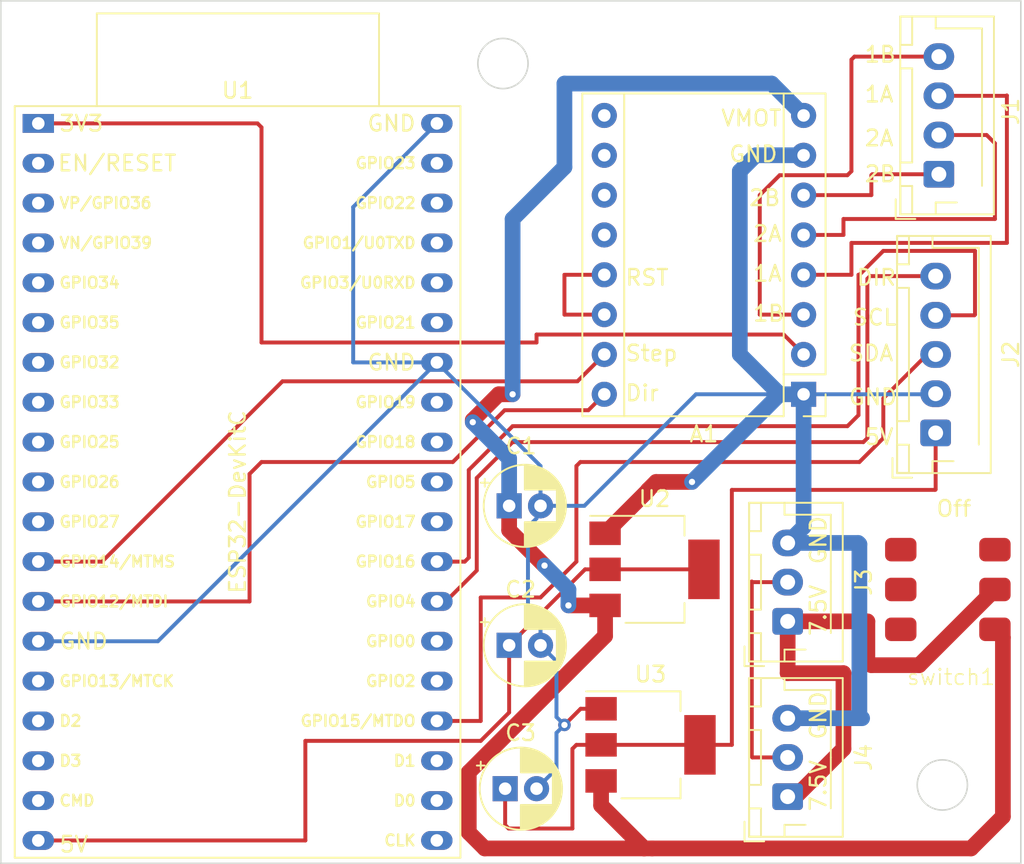
<source format=kicad_pcb>
(kicad_pcb (version 20221018) (generator pcbnew)
  (layers (0 "F.Cu" signal) (31 "B.Cu" signal) (34 "B.Paste" user) (35 "F.Paste" user) (36 "B.SilkS" user "B.Silkscreen") (37 "F.SilkS" user "F.Silkscreen") (38 "B.Mask" user) (39 "F.Mask" user) (44 "Edge.Cuts" user))
  (net 0 "")
  (net 1 "GND")
  (net 2 "Net-(A1-VDD)")
  (net 3 "Net-(A1-1B)")
  (net 4 "Net-(A1-1A)")
  (net 5 "Net-(A1-2A)")
  (net 6 "Net-(A1-2B)")
  (net 7 "+7.5V")
  (net 12 "Net-(A1-~{RESET})")
  (net 13 "Net-(A1-STEP)")
  (net 14 "Net-(A1-DIR)")
  (net 43 "Net-(J2-Pin_1)")
  (net 44 "Net-(J2-Pin_3)")
  (net 45 "Net-(J2-Pin_4)")
  (net 46 "Net-(J2-Pin_5)")
  (net 47 "Net-(J3-Pin_2)")
  (net 48 "Net-(U1-5V)")
  (net 49 "Net-(A1-VMOT)")
  (footprint "PCM_Espressif:ESP32-DevKitC" (layer "F.Cu") (at 72.39 67.818)
    (fp_text reference "U1" (at 12.7 -2.1) (layer "F.SilkS"))
    (fp_text value "ESP32-DevKitC" (at 12.7 24.13 90) (layer "F.SilkS"))
    (fp_text user "GPIO2" (at 24.13 35.56 unlocked) (layer "F.SilkS") (effects (font (size 0.7 0.7)) (justify right)))
    (fp_text user "D1" (at 24.13 40.64 unlocked) (layer "F.SilkS") (effects (font (size 0.7 0.7)) (justify right)))
    (fp_text user "GPIO13/MTCK" (at 1.27 35.56 unlocked) (layer "F.SilkS") (effects (font (size 0.7 0.7)) (justify left)))
    (fp_text user "GPIO0" (at 24.13 33.02 unlocked) (layer "F.SilkS") (effects (font (size 0.7 0.7)) (justify right)))
    (fp_text user "GPIO21" (at 24.13 12.7 unlocked) (layer "F.SilkS") (effects (font (size 0.7 0.7)) (justify right)))
    (fp_text user "CLK" (at 24.13 45.72 unlocked) (layer "F.SilkS") (effects (font (size 0.7 0.7)) (justify right)))
    (fp_text user "GPIO14/MTMS" (at 1.27 27.94 unlocked) (layer "F.SilkS") (effects (font (size 0.7 0.7)) (justify left)))
    (fp_text user "GPIO18" (at 24.13 20.32 unlocked) (layer "F.SilkS") (effects (font (size 0.7 0.7)) (justify right)))
    (fp_text user "GPIO26" (at 1.27 22.86 unlocked) (layer "F.SilkS") (effects (font (size 0.7 0.7)) (justify left)))
    (fp_text user "3V3" (at 1.27 0 unlocked) (layer "F.SilkS") (effects (justify left)))
    (fp_text user "GPIO4" (at 24.13 30.48 unlocked) (layer "F.SilkS") (effects (font (size 0.7 0.7)) (justify right)))
    (fp_text user "GPIO33" (at 1.27 17.78 unlocked) (layer "F.SilkS") (effects (font (size 0.7 0.7)) (justify left)))
    (fp_text user "GPIO22" (at 24.13 5.08 unlocked) (layer "F.SilkS") (effects (font (size 0.7 0.7)) (justify right)))
    (fp_text user "D3" (at 1.27 40.64 unlocked) (layer "F.SilkS") (effects (font (size 0.7 0.7)) (justify left)))
    (fp_text user "GPIO17" (at 24.13 25.4 unlocked) (layer "F.SilkS") (effects (font (size 0.7 0.7)) (justify right)))
    (fp_text user "D2" (at 1.27 38.1 unlocked) (layer "F.SilkS") (effects (font (size 0.7 0.7)) (justify left)))
    (fp_text user "VN/GPIO39" (at 1.27 7.62 unlocked) (layer "F.SilkS") (effects (font (size 0.7 0.7)) (justify left)))
    (fp_text user "GPIO25" (at 1.27 20.32 unlocked) (layer "F.SilkS") (effects (font (size 0.7 0.7)) (justify left)))
    (fp_text user "GPIO1/U0TXD" (at 24.13 7.62 unlocked) (layer "F.SilkS") (effects (font (size 0.7 0.7)) (justify right)))
    (fp_text user "GPIO5" (at 24.13 22.86 unlocked) (layer "F.SilkS") (effects (font (size 0.7 0.7)) (justify right)))
    (fp_text user "GND" (at 24.13 0 unlocked) (layer "F.SilkS") (effects (justify right)))
    (fp_text user "GND" (at 24.13 15.24 unlocked) (layer "F.SilkS") (effects (justify right)))
    (fp_text user "CMD" (at 1.27 43.18 unlocked) (layer "F.SilkS") (effects (font (size 0.7 0.7)) (justify left)))
    (fp_text user "EN/RESET" (at 8.88632 2.53728 unlocked) (layer "F.SilkS") (effects (justify right)))
    (fp_text user "GPIO34" (at 1.27 10.16 unlocked) (layer "F.SilkS") (effects (font (size 0.7 0.7)) (justify left)))
    (fp_text user "VP/GPIO36" (at 1.27 5.08 unlocked) (layer "F.SilkS") (effects (font (size 0.7 0.7)) (justify left)))
    (fp_text user "D0" (at 24.13 43.18 unlocked) (layer "F.SilkS") (effects (font (size 0.7 0.7)) (justify right)))
    (fp_text user "GPIO32" (at 1.27 15.24 unlocked) (layer "F.SilkS") (effects (font (size 0.7 0.7)) (justify left)))
    (fp_text user "GPIO35" (at 1.27 12.7 unlocked) (layer "F.SilkS") (effects (font (size 0.7 0.7)) (justify left)))
    (fp_text user "GPIO3/U0RXD" (at 24.13 10.16 unlocked) (layer "F.SilkS") (effects (font (size 0.7 0.7)) (justify right)))
    (fp_text user "GPIO27" (at 1.27 25.4 unlocked) (layer "F.SilkS") (effects (font (size 0.7 0.7)) (justify left)))
    (fp_text user "GND" (at 1.27 33.02 unlocked) (layer "F.SilkS") (effects (justify left)))
    (fp_text user "GPIO12/MTDI" (at 1.27 30.48 unlocked) (layer "F.SilkS") (effects (font (size 0.7 0.7)) (justify left)))
    (fp_text user "GPIO15/MTDO" (at 24.13 38.1 unlocked) (layer "F.SilkS") (effects (font (size 0.7 0.7)) (justify right)))
    (fp_text user "GPIO19" (at 24.13 17.78 unlocked) (layer "F.SilkS") (effects (font (size 0.7 0.7)) (justify right)))
    (fp_text user "GPIO23" (at 24.13 2.54 unlocked) (layer "F.SilkS") (effects (font (size 0.7 0.7)) (justify right)))
    (fp_text user "GPIO16" (at 24.13 27.94 unlocked) (layer "F.SilkS") (effects (font (size 0.7 0.7)) (justify right)))
    (fp_text user "5V" (at 1.26632 45.97128 unlocked) (layer "F.SilkS") (effects (justify left)))
    (pad "1" thru_hole rect (at 0 0 270) (size 1.2 2) (drill 0.8) (layers "*.Cu" "*.Mask") (net 2 "Net-(A1-VDD)"))
    (pad "2" thru_hole oval (at 0 2.54 270) (size 1.2 2) (drill 0.8) (layers "*.Cu" "*.Mask"))
    (pad "3" thru_hole oval (at 0 5.08 270) (size 1.2 2) (drill 0.8) (layers "*.Cu" "*.Mask"))
    (pad "4" thru_hole oval (at 0 7.62 270) (size 1.2 2) (drill 0.8) (layers "*.Cu" "*.Mask"))
    (pad "5" thru_hole oval (at 0 10.16 270) (size 1.2 2) (drill 0.8) (layers "*.Cu" "*.Mask"))
    (pad "6" thru_hole oval (at 0 12.7 270) (size 1.2 2) (drill 0.8) (layers "*.Cu" "*.Mask"))
    (pad "7" thru_hole oval (at 0 15.24 270) (size 1.2 2) (drill 0.8) (layers "*.Cu" "*.Mask"))
    (pad "8" thru_hole oval (at 0 17.78 270) (size 1.2 2) (drill 0.8) (layers "*.Cu" "*.Mask"))
    (pad "9" thru_hole oval (at 0 20.32 270) (size 1.2 2) (drill 0.8) (layers "*.Cu" "*.Mask"))
    (pad "10" thru_hole oval (at 0 22.86 270) (size 1.2 2) (drill 0.8) (layers "*.Cu" "*.Mask"))
    (pad "11" thru_hole oval (at 0 25.4 270) (size 1.2 2) (drill 0.8) (layers "*.Cu" "*.Mask"))
    (pad "12" thru_hole oval (at 0 27.94 270) (size 1.2 2) (drill 0.8) (layers "*.Cu" "*.Mask") (net 13 "Net-(A1-STEP)"))
    (pad "13" thru_hole oval (at 0 30.48 270) (size 1.2 2) (drill 0.8) (layers "*.Cu" "*.Mask") (net 14 "Net-(A1-DIR)"))
    (pad "14" thru_hole oval (at 0 33.02 270) (size 1.2 2) (drill 0.8) (layers "*.Cu" "*.Mask") (net 1 "GND"))
    (pad "15" thru_hole oval (at 0 35.56 270) (size 1.2 2) (drill 0.8) (layers "*.Cu" "*.Mask"))
    (pad "16" thru_hole oval (at 0 38.1 270) (size 1.2 2) (drill 0.8) (layers "*.Cu" "*.Mask"))
    (pad "17" thru_hole oval (at 0 40.64 270) (size 1.2 2) (drill 0.8) (layers "*.Cu" "*.Mask"))
    (pad "18" thru_hole oval (at 0 43.18 270) (size 1.2 2) (drill 0.8) (layers "*.Cu" "*.Mask"))
    (pad "19" thru_hole oval (at 0 45.72 270) (size 1.2 2) (drill 0.8) (layers "*.Cu" "*.Mask") (net 48 "Net-(U1-5V)"))
    (pad "20" thru_hole oval (at 25.39632 45.71728 270) (size 1.2 2) (drill 0.8) (layers "*.Cu" "*.Mask"))
    (pad "21" thru_hole oval (at 25.39632 43.17728 270) (size 1.2 2) (drill 0.8) (layers "*.Cu" "*.Mask"))
    (pad "22" thru_hole oval (at 25.4 40.64 270) (size 1.2 2) (drill 0.8) (layers "*.Cu" "*.Mask"))
    (pad "23" thru_hole oval (at 25.4 38.1 270) (size 1.2 2) (drill 0.8) (layers "*.Cu" "*.Mask") (net 44 "Net-(J2-Pin_3)"))
    (pad "24" thru_hole oval (at 25.4 35.56 270) (size 1.2 2) (drill 0.8) (layers "*.Cu" "*.Mask"))
    (pad "25" thru_hole oval (at 25.4 33.02 270) (size 1.2 2) (drill 0.8) (layers "*.Cu" "*.Mask"))
    (pad "26" thru_hole oval (at 25.4 30.48 270) (size 1.2 2) (drill 0.8) (layers "*.Cu" "*.Mask") (net 46 "Net-(J2-Pin_5)"))
    (pad "27" thru_hole oval (at 25.4 27.94 270) (size 1.2 2) (drill 0.8) (layers "*.Cu" "*.Mask") (net 45 "Net-(J2-Pin_4)"))
    (pad "28" thru_hole oval (at 25.4 25.4 270) (size 1.2 2) (drill 0.8) (layers "*.Cu" "*.Mask"))
    (pad "29" thru_hole oval (at 25.4 22.86 270) (size 1.2 2) (drill 0.8) (layers "*.Cu" "*.Mask"))
    (pad "30" thru_hole oval (at 25.4 20.32 270) (size 1.2 2) (drill 0.8) (layers "*.Cu" "*.Mask"))
    (pad "31" thru_hole oval (at 25.4 17.78 270) (size 1.2 2) (drill 0.8) (layers "*.Cu" "*.Mask"))
    (pad "32" thru_hole oval (at 25.4 15.24 270) (size 1.2 2) (drill 0.8) (layers "*.Cu" "*.Mask") (net 1 "GND"))
    (pad "33" thru_hole oval (at 25.4 12.7 270) (size 1.2 2) (drill 0.8) (layers "*.Cu" "*.Mask"))
    (pad "34" thru_hole oval (at 25.4 10.16 270) (size 1.2 2) (drill 0.8) (layers "*.Cu" "*.Mask"))
    (pad "35" thru_hole oval (at 25.4 7.62 270) (size 1.2 2) (drill 0.8) (layers "*.Cu" "*.Mask"))
    (pad "36" thru_hole oval (at 25.4 5.08 270) (size 1.2 2) (drill 0.8) (layers "*.Cu" "*.Mask"))
    (pad "37" thru_hole oval (at 25.4 2.54 270) (size 1.2 2) (drill 0.8) (layers "*.Cu" "*.Mask"))
    (pad "38" thru_hole oval (at 25.4 0 270) (size 1.2 2) (drill 0.8) (layers "*.Cu" "*.Mask") (net 1 "GND"))
  )
  (footprint "Capacitor_THT:CP_Radial_D5.0mm_P2.00mm" (layer "F.Cu") (at 102.394 101.092)
    (fp_text reference "C2" (at 0.73 -3.556) (layer "F.SilkS"))
    (fp_text value "220 uF")
    (pad "1" thru_hole rect (at 0 0) (size 1.6 1.6) (drill 0.8) (layers "*.Cu" "*.Mask") (net 48 "Net-(U1-5V)"))
    (pad "2" thru_hole circle (at 2 0) (size 1.6 1.6) (drill 0.8) (layers "*.Cu" "*.Mask") (net 1 "GND"))
  )
  (footprint "Capacitor_THT:CP_Radial_D5.0mm_P2.00mm" (layer "F.Cu") (at 102.14 110.236)
    (fp_text reference "C3" (at 0.984 -3.556) (layer "F.SilkS"))
    (fp_text value "220 uF")
    (pad "1" thru_hole rect (at 0 0) (size 1.6 1.6) (drill 0.8) (layers "*.Cu" "*.Mask") (net 43 "Net-(J2-Pin_1)"))
    (pad "2" thru_hole circle (at 2 0) (size 1.6 1.6) (drill 0.8) (layers "*.Cu" "*.Mask") (net 1 "GND"))
  )
  (footprint "Connector_JST:JST_XH_B5B-XH-AM_1x05_P2.50mm_Vertical" (layer "F.Cu") (at 129.572 87.554 90)
    (fp_text reference "J2" (at 5.004 4.794 90) (layer "F.SilkS"))
    (fp_text value "Conn_01x05_Pin")
    (pad "" np_thru_hole circle (at -1.6 2 90) (size 1.2 1.2) (drill 1.2) (layers "*.Cu" "*.Mask"))
    (pad "1" thru_hole roundrect (at 0 0 90) (size 1.7 1.95) (drill 0.95) (layers "*.Cu" "*.Mask") (roundrect_rratio 0.1470588235) (net 43 "Net-(J2-Pin_1)"))
    (pad "2" thru_hole oval (at 2.5 0 90) (size 1.7 1.95) (drill 0.95) (layers "*.Cu" "*.Mask") (net 1 "GND"))
    (pad "3" thru_hole oval (at 5 0 90) (size 1.7 1.95) (drill 0.95) (layers "*.Cu" "*.Mask") (net 44 "Net-(J2-Pin_3)"))
    (pad "4" thru_hole oval (at 7.5 0 90) (size 1.7 1.95) (drill 0.95) (layers "*.Cu" "*.Mask") (net 45 "Net-(J2-Pin_4)"))
    (pad "5" thru_hole oval (at 10 0 90) (size 1.7 1.95) (drill 0.95) (layers "*.Cu" "*.Mask") (net 46 "Net-(J2-Pin_5)"))
  )
  (footprint "Module:Pololu_Breakout-16_15.2x20.3mm" (layer "F.Cu") (at 121.158 85.09 180)
    (fp_text reference "A1" (at 6.35 -2.54) (layer "F.SilkS"))
    (fp_text value "Pololu_Breakout_A4988")
    (pad "1" thru_hole rect (at 0 0 180) (size 1.6 1.6) (drill 0.8) (layers "*.Cu" "*.Mask") (net 1 "GND"))
    (pad "2" thru_hole oval (at 0 2.54 180) (size 1.6 1.6) (drill 0.8) (layers "*.Cu" "*.Mask") (net 2 "Net-(A1-VDD)"))
    (pad "3" thru_hole oval (at 0 5.08 180) (size 1.6 1.6) (drill 0.8) (layers "*.Cu" "*.Mask") (net 3 "Net-(A1-1B)"))
    (pad "4" thru_hole oval (at 0 7.62 180) (size 1.6 1.6) (drill 0.8) (layers "*.Cu" "*.Mask") (net 4 "Net-(A1-1A)"))
    (pad "5" thru_hole oval (at 0 10.16 180) (size 1.6 1.6) (drill 0.8) (layers "*.Cu" "*.Mask") (net 5 "Net-(A1-2A)"))
    (pad "6" thru_hole oval (at 0 12.7 180) (size 1.6 1.6) (drill 0.8) (layers "*.Cu" "*.Mask") (net 6 "Net-(A1-2B)"))
    (pad "7" thru_hole oval (at 0 15.24 180) (size 1.6 1.6) (drill 0.8) (layers "*.Cu" "*.Mask") (net 1 "GND"))
    (pad "8" thru_hole oval (at 0 17.78 180) (size 1.6 1.6) (drill 0.8) (layers "*.Cu" "*.Mask") (net 49 "Net-(A1-VMOT)"))
    (pad "9" thru_hole oval (at 12.7 17.78 180) (size 1.6 1.6) (drill 0.8) (layers "*.Cu" "*.Mask"))
    (pad "10" thru_hole oval (at 12.7 15.24 180) (size 1.6 1.6) (drill 0.8) (layers "*.Cu" "*.Mask"))
    (pad "11" thru_hole oval (at 12.7 12.7 180) (size 1.6 1.6) (drill 0.8) (layers "*.Cu" "*.Mask"))
    (pad "12" thru_hole oval (at 12.7 10.16 180) (size 1.6 1.6) (drill 0.8) (layers "*.Cu" "*.Mask"))
    (pad "13" thru_hole oval (at 12.7 7.62 180) (size 1.6 1.6) (drill 0.8) (layers "*.Cu" "*.Mask") (net 12 "Net-(A1-~{RESET})"))
    (pad "14" thru_hole oval (at 12.7 5.08 180) (size 1.6 1.6) (drill 0.8) (layers "*.Cu" "*.Mask") (net 12 "Net-(A1-~{RESET})"))
    (pad "15" thru_hole oval (at 12.7 2.54 180) (size 1.6 1.6) (drill 0.8) (layers "*.Cu" "*.Mask") (net 13 "Net-(A1-STEP)"))
    (pad "16" thru_hole oval (at 12.7 0 180) (size 1.6 1.6) (drill 0.8) (layers "*.Cu" "*.Mask") (net 14 "Net-(A1-DIR)"))
  )
  (footprint "Capacitor_THT:CP_Radial_D5.0mm_P2.00mm" (layer "F.Cu") (at 102.394 92.202)
    (fp_text reference "C1" (at 0.762 -3.81) (layer "F.SilkS"))
    (fp_text value "220 uF")
    (pad "1" thru_hole rect (at 0 0) (size 1.6 1.6) (drill 0.8) (layers "*.Cu" "*.Mask") (net 49 "Net-(A1-VMOT)"))
    (pad "2" thru_hole circle (at 2 0) (size 1.6 1.6) (drill 0.8) (layers "*.Cu" "*.Mask") (net 1 "GND"))
  )
  (footprint "Connector_JST:JST_XH_B4B-XH-AM_1x04_P2.50mm_Vertical" (layer "F.Cu") (at 129.777 71.06 90)
    (fp_text reference "J1" (at 4.004 4.589 90) (layer "F.SilkS"))
    (fp_text value "Conn_01x04_Pin")
    (pad "" np_thru_hole circle (at -1.6 2 90) (size 1.2 1.2) (drill 1.2) (layers "*.Cu" "*.Mask"))
    (pad "1" thru_hole roundrect (at 0 0 90) (size 1.7 1.95) (drill 0.95) (layers "*.Cu" "*.Mask") (roundrect_rratio 0.1470588235) (net 6 "Net-(A1-2B)"))
    (pad "2" thru_hole oval (at 2.5 0 90) (size 1.7 1.95) (drill 0.95) (layers "*.Cu" "*.Mask") (net 5 "Net-(A1-2A)"))
    (pad "3" thru_hole oval (at 5 0 90) (size 1.7 1.95) (drill 0.95) (layers "*.Cu" "*.Mask") (net 4 "Net-(A1-1A)"))
    (pad "4" thru_hole oval (at 7.5 0 90) (size 1.7 1.95) (drill 0.95) (layers "*.Cu" "*.Mask") (net 3 "Net-(A1-1B)"))
  )
  (footprint "Connector_JST:JST_XH_B3B-XH-AM_1x03_P2.50mm_Vertical" (layer "F.Cu") (at 120.142 99.568 90)
    (fp_text reference "J3" (at 2.5 4.843 90) (layer "F.SilkS"))
    (fp_text value "Conn_01x03_Pin")
    (pad "" np_thru_hole circle (at -1.6 2 90) (size 1.2 1.2) (drill 1.2) (layers "*.Cu" "*.Mask"))
    (pad "1" thru_hole roundrect (at 0 0 90) (size 1.7 1.95) (drill 0.95) (layers "*.Cu" "*.Mask") (roundrect_rratio 0.1470588235) (net 7 "+7.5V"))
    (pad "2" thru_hole oval (at 2.5 0 90) (size 1.7 1.95) (drill 0.95) (layers "*.Cu" "*.Mask") (net 47 "Net-(J3-Pin_2)"))
    (pad "3" thru_hole oval (at 5 0 90) (size 1.7 1.95) (drill 0.95) (layers "*.Cu" "*.Mask") (net 1 "GND"))
  )
  (footprint "custom_footprint_library:micro_switch_6" (layer "F.Cu") (at 130.35 97.536)
    (fp_text reference "switch1" (at 0.206 5.588 unlocked) (layer "F.SilkS") (effects (font (thickness 0.1))))
    (fp_text value "~")
    (pad "1" smd roundrect (at -3 -2.54) (size 2 1.5) (layers "F.Cu" "F.Paste" "F.Mask"))
    (pad "2" smd roundrect (at -3 0) (size 2 1.5) (layers "F.Cu" "F.Paste" "F.Mask"))
    (pad "3" smd roundrect (at -3 2.54) (size 2 1.5) (layers "F.Cu" "F.Paste" "F.Mask"))
    (pad "4" smd roundrect (at 3 -2.54) (size 2 1.5) (layers "F.Cu" "F.Paste" "F.Mask"))
    (pad "5" smd roundrect (at 3 0) (size 2 1.5) (layers "F.Cu" "F.Paste" "F.Mask") (net 7 "+7.5V"))
    (pad "6" smd roundrect (at 3 2.54) (size 2 1.5) (layers "F.Cu" "F.Paste" "F.Mask") (net 49 "Net-(A1-VMOT)"))
  )
  (footprint "Package_TO_SOT_SMD:SOT-223-3_TabPin2" (layer "F.Cu") (at 111.658 96.252)
    (fp_text reference "U2" (at 0 -4.5) (layer "F.SilkS"))
    (fp_text value "AMS1117-5.0")
    (pad "1" smd rect (at -3.15 -2.3) (size 2 1.5) (layers "F.Cu" "F.Paste" "F.Mask") (net 1 "GND"))
    (pad "2" smd rect (at -3.15 0) (size 2 1.5) (layers "F.Cu" "F.Paste" "F.Mask") (net 48 "Net-(U1-5V)"))
    (pad "2" smd rect (at 3.15 0) (size 2 3.8) (layers "F.Cu" "F.Paste" "F.Mask") (net 48 "Net-(U1-5V)"))
    (pad "3" smd rect (at -3.15 2.3) (size 2 1.5) (layers "F.Cu" "F.Paste" "F.Mask") (net 49 "Net-(A1-VMOT)"))
  )
  (footprint "Connector_JST:JST_XH_B3B-XH-AM_1x03_P2.50mm_Vertical" (layer "F.Cu") (at 120.142 110.744 90)
    (fp_text reference "J4" (at 2.5 4.843 90) (layer "F.SilkS"))
    (fp_text value "Conn_01x03_Pin")
    (pad "" np_thru_hole circle (at -1.6 2 90) (size 1.2 1.2) (drill 1.2) (layers "*.Cu" "*.Mask"))
    (pad "1" thru_hole roundrect (at 0 0 90) (size 1.7 1.95) (drill 0.95) (layers "*.Cu" "*.Mask") (roundrect_rratio 0.1470588235) (net 7 "+7.5V"))
    (pad "2" thru_hole oval (at 2.5 0 90) (size 1.7 1.95) (drill 0.95) (layers "*.Cu" "*.Mask") (net 47 "Net-(J3-Pin_2)"))
    (pad "3" thru_hole oval (at 5 0 90) (size 1.7 1.95) (drill 0.95) (layers "*.Cu" "*.Mask") (net 1 "GND"))
  )
  (footprint "Package_TO_SOT_SMD:SOT-223-3_TabPin2" (layer "F.Cu") (at 111.404 107.442)
    (fp_text reference "U3" (at 0 -4.5) (layer "F.SilkS"))
    (fp_text value "AMS1117-5.0")
    (pad "1" smd rect (at -3.15 -2.3) (size 2 1.5) (layers "F.Cu" "F.Paste" "F.Mask") (net 1 "GND"))
    (pad "2" smd rect (at -3.15 0) (size 2 1.5) (layers "F.Cu" "F.Paste" "F.Mask") (net 43 "Net-(J2-Pin_1)"))
    (pad "2" smd rect (at 3.15 0) (size 2 3.8) (layers "F.Cu" "F.Paste" "F.Mask") (net 43 "Net-(J2-Pin_1)"))
    (pad "3" smd rect (at -3.15 2.3) (size 2 1.5) (layers "F.Cu" "F.Paste" "F.Mask") (net 49 "Net-(A1-VMOT)"))
  )
  (gr_rect (start 70 60) (end 135 115) (stroke (width 0.1)) (fill none) (layer "Edge.Cuts"))
  (gr_circle (center 130 110) (end 131.6 110) (stroke (width 0.1)) (fill none) (layer "Edge.Cuts"))
  (gr_circle (center 102 64) (end 103.6 64) (stroke (width 0.1)) (fill none) (layer "Edge.Cuts"))
  (gr_text "DIR" (at 124.46 78.232) (layer "F.SilkS") (effects (font (size 1 1)) (justify left bottom)))
  (gr_text "SCL" (at 124.206 80.772) (layer "F.SilkS") (effects (font (size 1 1)) (justify left bottom)))
  (gr_text "7.5V" (at 122.682 111.76 90) (layer "F.SilkS") (effects (font (size 1 1)) (justify left bottom)))
  (gr_text "GND" (at 122.682 96.012 90) (layer "F.SilkS") (effects (font (size 1 1)) (justify left bottom)))
  (gr_text "1A" (at 124.968 66.548) (layer "F.SilkS") (effects (font (size 1 1)) (justify left bottom)))
  (gr_text "1B" (at 124.968 64.008) (layer "F.SilkS") (effects (font (size 1 1)) (justify left bottom)))
  (gr_text "Off" (at 129.54 92.964) (layer "F.SilkS") (effects (font (size 1 1)) (justify left bottom)))
  (gr_text "5V" (at 124.968 88.392) (layer "F.SilkS") (effects (font (size 1 1)) (justify left bottom)))
  (gr_text "GND" (at 123.952 85.852) (layer "F.SilkS") (effects (font (size 1 1)) (justify left bottom)))
  (gr_text "2B" (at 124.968 71.628) (layer "F.SilkS") (effects (font (size 1 1)) (justify left bottom)))
  (gr_text "1A" (at 117.856 77.978) (layer "F.SilkS") (effects (font (size 1 1)) (justify left bottom)))
  (gr_text "VMOT" (at 115.824 68.072) (layer "F.SilkS") (effects (font (size 1 1)) (justify left bottom)))
  (gr_text "Step" (at 109.728 83.058) (layer "F.SilkS") (effects (font (size 1 1)) (justify left bottom)))
  (gr_text "RST" (at 109.728 78.232) (layer "F.SilkS") (effects (font (size 1 1)) (justify left bottom)))
  (gr_text "2B" (at 117.602 73.152) (layer "F.SilkS") (effects (font (size 1 1)) (justify left bottom)))
  (gr_text "GND" (at 122.682 107.188 90) (layer "F.SilkS") (effects (font (size 1 1)) (justify left bottom)))
  (gr_text "2A" (at 124.968 69.342) (layer "F.SilkS") (effects (font (size 1 1)) (justify left bottom)))
  (gr_text "7.5V" (at 122.682 100.584 90) (layer "F.SilkS") (effects (font (size 1 1)) (justify left bottom)))
  (gr_text "SDA" (at 123.952 83.058) (layer "F.SilkS") (effects (font (size 1 1)) (justify left bottom)))
  (gr_text "1B" (at 117.856 80.518) (layer "F.SilkS") (effects (font (size 1 1)) (justify left bottom)))
  (gr_text "2A" (at 117.856 75.438) (layer "F.SilkS") (effects (font (size 1 1)) (justify left bottom)))
  (gr_text "Dir" (at 109.728 85.598) (layer "F.SilkS") (effects (font (size 1 1)) (justify left bottom)))
  (gr_text "GND" (at 116.332 70.358) (layer "F.SilkS") (effects (font (size 1 1)) (justify left bottom)))
  (segment (start 111.76 90.678) (end 114.046 90.678) (width 1) (layer "F.Cu") (net 1))
  (segment (start 111.252 91.208) (end 111.252 91.186) (width 1) (layer "F.Cu") (net 1))
  (segment (start 108.508 93.952) (end 111.252 91.208) (width 1) (layer "F.Cu") (net 1))
  (segment (start 105.918 106.172) (end 106.948 105.142) (width 0.25) (layer "F.Cu") (net 1))
  (segment (start 106.948 105.142) (end 108.254 105.142) (width 0.25) (layer "F.Cu") (net 1))
  (segment (start 111.252 91.186) (end 111.76 90.678) (width 1) (layer "F.Cu") (net 1))
  (via (at 105.918 106.172) (size 0.8) (drill 0.4) (layers "F.Cu" "B.Cu") (net 1))
  (via (at 114.046 90.678) (size 0.8) (drill 0.4) (layers "F.Cu" "B.Cu") (net 1))
  (segment (start 119.634 85.09) (end 121.158 85.09) (width 1) (layer "B.Cu") (net 1))
  (segment (start 97.79 83.058) (end 104.394 89.662) (width 0.25) (layer "B.Cu") (net 1))
  (segment (start 104.14 93.001999) (end 104.14 92.456) (width 0.25) (layer "B.Cu") (net 1))
  (segment (start 80.01 100.838) (end 97.79 83.058) (width 0.25) (layer "B.Cu") (net 1))
  (segment (start 105.918 106.172) (end 105.41 105.664) (width 0.25) (layer "B.Cu") (net 1))
  (segment (start 105.41 105.664) (end 105.41 102.108) (width 0.25) (layer "B.Cu") (net 1))
  (segment (start 104.394 99.96063) (end 103.594001 99.160631) (width 0.25) (layer "B.Cu") (net 1))
  (segment (start 120.142 94.568) (end 124.634 94.568) (width 1) (layer "B.Cu") (net 1))
  (segment (start 72.39 100.838) (end 80.01 100.838) (width 0.25) (layer "B.Cu") (net 1))
  (segment (start 105.41 108.966) (end 104.14 110.236) (width 0.25) (layer "B.Cu") (net 1))
  (segment (start 124.714 94.648) (end 124.714 105.41) (width 1) (layer "B.Cu") (net 1))
  (segment (start 121.158 85.09) (end 129.536 85.09) (width 0.25) (layer "B.Cu") (net 1))
  (segment (start 124.888 105.744) (end 120.142 105.744) (width 1) (layer "B.Cu") (net 1))
  (segment (start 103.594001 93.547998) (end 104.14 93.001999) (width 0.25) (layer "B.Cu") (net 1))
  (segment (start 124.634 94.568) (end 124.714 94.648) (width 1) (layer "B.Cu") (net 1))
  (segment (start 117.094 82.55) (end 117.094 70.866) (width 1) (layer "B.Cu") (net 1))
  (segment (start 121.158 93.552) (end 120.142 94.568) (width 1) (layer "B.Cu") (net 1))
  (segment (start 118.11 69.85) (end 121.158 69.85) (width 1) (layer "B.Cu") (net 1))
  (segment (start 92.456 73.152) (end 97.79 67.818) (width 0.25) (layer "B.Cu") (net 1))
  (segment (start 104.394 92.202) (end 107.188 92.202) (width 0.25) (layer "B.Cu") (net 1))
  (segment (start 104.394 89.662) (end 104.394 92.202) (width 0.25) (layer "B.Cu") (net 1))
  (segment (start 92.456 83.058) (end 92.456 73.152) (width 0.25) (layer "B.Cu") (net 1))
  (segment (start 124.968 105.664) (end 124.888 105.744) (width 0.25) (layer "B.Cu") (net 1))
  (segment (start 119.634 85.09) (end 117.094 82.55) (width 1) (layer "B.Cu") (net 1))
  (segment (start 114.3 85.09) (end 121.158 85.09) (width 0.25) (layer "B.Cu") (net 1))
  (segment (start 104.14 92.456) (end 104.394 92.202) (width 0.25) (layer "B.Cu") (net 1))
  (segment (start 105.918 106.172) (end 105.41 106.68) (width 0.25) (layer "B.Cu") (net 1))
  (segment (start 104.394 101.092) (end 104.394 99.96063) (width 0.25) (layer "B.Cu") (net 1))
  (segment (start 121.158 85.09) (end 121.158 93.552) (width 1) (layer "B.Cu") (net 1))
  (segment (start 124.714 105.41) (end 124.968 105.664) (width 0.25) (layer "B.Cu") (net 1))
  (segment (start 117.094 70.866) (end 118.11 69.85) (width 1) (layer "B.Cu") (net 1))
  (segment (start 129.536 85.09) (end 129.572 85.054) (width 0.25) (layer "B.Cu") (net 1))
  (segment (start 105.41 102.108) (end 104.394 101.092) (width 0.25) (layer "B.Cu") (net 1))
  (segment (start 97.79 83.058) (end 92.456 83.058) (width 0.25) (layer "B.Cu") (net 1))
  (segment (start 103.594001 99.160631) (end 103.594001 93.547998) (width 0.25) (layer "B.Cu") (net 1))
  (segment (start 107.188 92.202) (end 114.3 85.09) (width 0.25) (layer "B.Cu") (net 1))
  (segment (start 105.41 106.68) (end 105.41 108.966) (width 0.25) (layer "B.Cu") (net 1))
  (segment (start 114.046 90.678) (end 119.634 85.09) (width 1) (layer "B.Cu") (net 1))
  (segment (start 72.39 67.818) (end 86.36 67.818) (width 0.25) (layer "F.Cu") (net 2))
  (segment (start 86.614 68.072) (end 86.614 81.788) (width 0.25) (layer "F.Cu") (net 2))
  (segment (start 86.36 67.818) (end 86.614 68.072) (width 0.25) (layer "F.Cu") (net 2))
  (segment (start 86.614 81.788) (end 104.14 81.788) (width 0.25) (layer "F.Cu") (net 2))
  (segment (start 119.888 81.28) (end 121.158 82.55) (width 0.25) (layer "F.Cu") (net 2))
  (segment (start 104.14 81.788) (end 104.14 81.28) (width 0.25) (layer "F.Cu") (net 2))
  (segment (start 104.14 81.28) (end 119.888 81.28) (width 0.25) (layer "F.Cu") (net 2))
  (segment (start 119.634 71.12) (end 123.952 71.12) (width 0.25) (layer "F.Cu") (net 3))
  (segment (start 121.158 80.01) (end 118.364 80.01) (width 0.25) (layer "F.Cu") (net 3))
  (segment (start 123.952 71.12) (end 124.206 70.866) (width 0.25) (layer "F.Cu") (net 3))
  (segment (start 124.4 63.56) (end 129.777 63.56) (width 0.25) (layer "F.Cu") (net 3))
  (segment (start 118.364 72.39) (end 119.634 71.12) (width 0.25) (layer "F.Cu") (net 3))
  (segment (start 124.206 70.866) (end 124.206 63.754) (width 0.25) (layer "F.Cu") (net 3))
  (segment (start 118.364 80.01) (end 118.364 72.39) (width 0.25) (layer "F.Cu") (net 3))
  (segment (start 124.206 63.754) (end 124.4 63.56) (width 0.25) (layer "F.Cu") (net 3))
  (segment (start 134.092 66.06) (end 129.777 66.06) (width 0.25) (layer "F.Cu") (net 4))
  (segment (start 134.112 66.04) (end 134.092 66.06) (width 0.25) (layer "F.Cu") (net 4))
  (segment (start 134.112 75.438) (end 134.112 66.04) (width 0.25) (layer "F.Cu") (net 4))
  (segment (start 121.158 77.47) (end 124.206 77.47) (width 0.25) (layer "F.Cu") (net 4))
  (segment (start 124.206 77.47) (end 124.206 75.438) (width 0.25) (layer "F.Cu") (net 4))
  (segment (start 124.206 75.438) (end 134.112 75.438) (width 0.25) (layer "F.Cu") (net 4))
  (segment (start 121.158 74.93) (end 123.698 74.93) (width 0.25) (layer "F.Cu") (net 5))
  (segment (start 133.35 69.088) (end 132.822 68.56) (width 0.25) (layer "F.Cu") (net 5))
  (segment (start 133.35 73.914) (end 133.35 69.088) (width 0.25) (layer "F.Cu") (net 5))
  (segment (start 132.822 68.56) (end 129.777 68.56) (width 0.25) (layer "F.Cu") (net 5))
  (segment (start 123.698 74.93) (end 123.698 73.914) (width 0.25) (layer "F.Cu") (net 5))
  (segment (start 123.698 73.914) (end 133.35 73.914) (width 0.25) (layer "F.Cu") (net 5))
  (segment (start 125.536 71.06) (end 129.777 71.06) (width 0.25) (layer "F.Cu") (net 6))
  (segment (start 125.476 71.12) (end 125.536 71.06) (width 0.25) (layer "F.Cu") (net 6))
  (segment (start 121.158 72.39) (end 125.476 72.39) (width 0.25) (layer "F.Cu") (net 6))
  (segment (start 125.476 72.39) (end 125.476 71.12) (width 0.25) (layer "F.Cu") (net 6))
  (segment (start 125.222 102.108) (end 125.476 102.362) (width 1) (layer "F.Cu") (net 7))
  (segment (start 128.524 102.362) (end 133.35 97.536) (width 1) (layer "F.Cu") (net 7))
  (segment (start 120.142 102.87) (end 123.698 102.87) (width 1) (layer "F.Cu") (net 7))
  (segment (start 123.698 102.87) (end 123.698 107.696) (width 1) (layer "F.Cu") (net 7))
  (segment (start 120.142 99.568) (end 125.222 99.568) (width 1) (layer "F.Cu") (net 7))
  (segment (start 120.65 110.744) (end 120.142 110.744) (width 1) (layer "F.Cu") (net 7))
  (segment (start 125.476 102.362) (end 128.524 102.362) (width 1) (layer "F.Cu") (net 7))
  (segment (start 120.142 99.568) (end 120.142 102.87) (width 1) (layer "F.Cu") (net 7))
  (segment (start 123.698 107.696) (end 120.65 110.744) (width 1) (layer "F.Cu") (net 7))
  (segment (start 125.222 99.568) (end 125.222 102.108) (width 1) (layer "F.Cu") (net 7))
  (segment (start 105.918 80.01) (end 108.458 80.01) (width 0.25) (layer "F.Cu") (net 12))
  (segment (start 105.918 77.47) (end 105.918 80.01) (width 0.25) (layer "F.Cu") (net 12))
  (segment (start 108.458 77.47) (end 105.918 77.47) (width 0.25) (layer "F.Cu") (net 12))
  (segment (start 106.743 84.265) (end 108.458 82.55) (width 0.25) (layer "F.Cu") (net 13))
  (segment (start 87.947 84.265) (end 106.743 84.265) (width 0.25) (layer "F.Cu") (net 13))
  (segment (start 72.39 95.758) (end 76.454 95.758) (width 0.25) (layer "F.Cu") (net 13))
  (segment (start 76.454 95.758) (end 87.947 84.265) (width 0.25) (layer "F.Cu") (net 13))
  (segment (start 107.442 86.106) (end 108.458 85.09) (width 0.25) (layer "F.Cu") (net 14))
  (segment (start 85.852 90.17) (end 86.614 89.408) (width 0.25) (layer "F.Cu") (net 14))
  (segment (start 102.108 86.106) (end 107.442 86.106) (width 0.25) (layer "F.Cu") (net 14))
  (segment (start 85.852 98.298) (end 85.852 90.17) (width 0.25) (layer "F.Cu") (net 14))
  (segment (start 72.39 98.298) (end 85.852 98.298) (width 0.25) (layer "F.Cu") (net 14))
  (segment (start 98.806 89.408) (end 102.108 86.106) (width 0.25) (layer "F.Cu") (net 14))
  (segment (start 86.614 89.408) (end 98.806 89.408) (width 0.25) (layer "F.Cu") (net 14))
  (segment (start 102.14 112.554) (end 102.362 112.776) (width 0.25) (layer "F.Cu") (net 43))
  (segment (start 116.586 107.442) (end 116.586 91.186) (width 0.25) (layer "F.Cu") (net 43))
  (segment (start 108.254 107.442) (end 114.554 107.442) (width 0.25) (layer "F.Cu") (net 43))
  (segment (start 102.14 110.236) (end 102.14 112.554) (width 0.25) (layer "F.Cu") (net 43))
  (segment (start 129.572 91.154) (end 129.572 87.554) (width 0.25) (layer "F.Cu") (net 43))
  (segment (start 102.362 112.776) (end 106.426 112.776) (width 0.25) (layer "F.Cu") (net 43))
  (segment (start 116.586 91.186) (end 129.54 91.186) (width 0.25) (layer "F.Cu") (net 43))
  (segment (start 106.426 112.776) (end 106.426 107.696) (width 0.25) (layer "F.Cu") (net 43))
  (segment (start 106.68 107.442) (end 108.254 107.442) (width 0.25) (layer "F.Cu") (net 43))
  (segment (start 114.554 107.442) (end 116.586 107.442) (width 0.25) (layer "F.Cu") (net 43))
  (segment (start 129.54 91.186) (end 129.572 91.154) (width 0.25) (layer "F.Cu") (net 43))
  (segment (start 106.426 107.696) (end 106.68 107.442) (width 0.25) (layer "F.Cu") (net 43))
  (segment (start 104.394 98.044) (end 106.68 95.758) (width 0.25) (layer "F.Cu") (net 44))
  (segment (start 106.934 89.408) (end 124.714 89.408) (width 0.25) (layer "F.Cu") (net 44))
  (segment (start 129.028 82.554) (end 129.572 82.554) (width 0.25) (layer "F.Cu") (net 44))
  (segment (start 106.68 89.662) (end 106.934 89.408) (width 0.25) (layer "F.Cu") (net 44))
  (segment (start 100.584 105.918) (end 100.584 98.044) (width 0.25) (layer "F.Cu") (net 44))
  (segment (start 100.584 98.044) (end 104.394 98.044) (width 0.25) (layer "F.Cu") (net 44))
  (segment (start 126.238 87.884) (end 126.238 85.344) (width 0.25) (layer "F.Cu") (net 44))
  (segment (start 106.68 95.758) (end 106.68 89.662) (width 0.25) (layer "F.Cu") (net 44))
  (segment (start 124.714 89.408) (end 126.238 87.884) (width 0.25) (layer "F.Cu") (net 44))
  (segment (start 126.238 85.344) (end 129.028 82.554) (width 0.25) (layer "F.Cu") (net 44))
  (segment (start 97.79 105.918) (end 100.584 105.918) (width 0.25) (layer "F.Cu") (net 44))
  (segment (start 132.08 80.01) (end 132.036 80.054) (width 0.25) (layer "F.Cu") (net 45))
  (segment (start 124.714 77.47) (end 126.238 75.946) (width 0.25) (layer "F.Cu") (net 45))
  (segment (start 124.656 77.47) (end 124.714 77.47) (width 0.25) (layer "F.Cu") (net 45))
  (segment (start 132.08 75.946) (end 132.08 80.01) (width 0.25) (layer "F.Cu") (net 45))
  (segment (start 124.656 86.418) (end 124.656 77.47) (width 0.25) (layer "F.Cu") (net 45))
  (segment (start 99.822 89.916) (end 102.616 87.122) (width 0.25) (layer "F.Cu") (net 45))
  (segment (start 99.568 95.758) (end 99.822 95.504) (width 0.25) (layer "F.Cu") (net 45))
  (segment (start 126.238 75.946) (end 132.08 75.946) (width 0.25) (layer "F.Cu") (net 45))
  (segment (start 99.822 95.504) (end 99.822 89.916) (width 0.25) (layer "F.Cu") (net 45))
  (segment (start 97.79 95.758) (end 99.568 95.758) (width 0.25) (layer "F.Cu") (net 45))
  (segment (start 102.616 87.122) (end 123.952 87.122) (width 0.25) (layer "F.Cu") (net 45))
  (segment (start 123.952 87.122) (end 124.656 86.418) (width 0.25) (layer "F.Cu") (net 45))
  (segment (start 132.036 80.054) (end 129.572 80.054) (width 0.25) (layer "F.Cu") (net 45))
  (segment (start 124.968 88.138) (end 125.222 87.884) (width 0.25) (layer "F.Cu") (net 46))
  (segment (start 100.33 90.424) (end 102.616 88.138) (width 0.25) (layer "F.Cu") (net 46))
  (segment (start 125.222 77.724) (end 125.392 77.554) (width 0.25) (layer "F.Cu") (net 46))
  (segment (start 125.392 77.554) (end 129.572 77.554) (width 0.25) (layer "F.Cu") (net 46))
  (segment (start 100.33 96.324) (end 100.33 90.424) (width 0.25) (layer "F.Cu") (net 46))
  (segment (start 125.222 87.884) (end 125.222 77.724) (width 0.25) (layer "F.Cu") (net 46))
  (segment (start 97.79 98.298) (end 98.356 98.298) (width 0.25) (layer "F.Cu") (net 46))
  (segment (start 98.356 98.298) (end 100.33 96.324) (width 0.25) (layer "F.Cu") (net 46))
  (segment (start 102.616 88.138) (end 124.968 88.138) (width 0.25) (layer "F.Cu") (net 46))
  (segment (start 117.856 97.028) (end 117.856 108.204) (width 0.25) (layer "F.Cu") (net 47))
  (segment (start 120.142 97.068) (end 117.896 97.068) (width 0.25) (layer "F.Cu") (net 47))
  (segment (start 117.896 97.068) (end 117.856 97.028) (width 0.25) (layer "F.Cu") (net 47))
  (segment (start 117.856 108.204) (end 117.896 108.244) (width 0.25) (layer "F.Cu") (net 47))
  (segment (start 117.896 108.244) (end 120.142 108.244) (width 0.25) (layer "F.Cu") (net 47))
  (segment (start 102.394 101.092) (end 107.234 96.252) (width 0.25) (layer "F.Cu") (net 48))
  (segment (start 102.394 105.378) (end 102.394 101.092) (width 0.25) (layer "F.Cu") (net 48))
  (segment (start 89.408 107.188) (end 100.584 107.188) (width 0.25) (layer "F.Cu") (net 48))
  (segment (start 108.508 96.252) (end 114.808 96.252) (width 0.25) (layer "F.Cu") (net 48))
  (segment (start 72.39 113.538) (end 89.408 113.538) (width 0.25) (layer "F.Cu") (net 48))
  (segment (start 100.584 107.188) (end 102.394 105.378) (width 0.25) (layer "F.Cu") (net 48))
  (segment (start 107.234 96.252) (end 108.508 96.252) (width 0.25) (layer "F.Cu") (net 48))
  (segment (start 89.408 113.538) (end 89.408 107.188) (width 0.25) (layer "F.Cu") (net 48))
  (segment (start 106.172 98.552) (end 108.508 98.552) (width 1) (layer "F.Cu") (net 49))
  (segment (start 133.858 112.014) (end 133.858 100.584) (width 1) (layer "F.Cu") (net 49))
  (segment (start 111.506 114.046) (end 131.826 114.046) (width 1) (layer "F.Cu") (net 49))
  (segment (start 99.822 109.188365) (end 108.508 100.502365) (width 1) (layer "F.Cu") (net 49))
  (segment (start 100.076 86.739604) (end 101.725604 85.09) (width 1) (layer "F.Cu") (net 49))
  (segment (start 133.858 100.584) (end 133.35 100.076) (width 1) (layer "F.Cu") (net 49))
  (segment (start 99.822 113.03) (end 99.822 109.188365) (width 1) (layer "F.Cu") (net 49))
  (segment (start 110.998 114.046) (end 100.838 114.046) (width 1) (layer "F.Cu") (net 49))
  (segment (start 108.254 109.742) (end 108.254 111.302) (width 1) (layer "F.Cu") (net 49))
  (segment (start 110.998 114.046) (end 111.506 114.046) (width 1) (layer "F.Cu") (net 49))
  (segment (start 101.725604 85.09) (end 102.616 85.09) (width 1) (layer "F.Cu") (net 49))
  (segment (start 102.394 92.202) (end 102.394 93.758) (width 1) (layer "F.Cu") (net 49))
  (segment (start 108.508 100.502365) (end 108.508 98.552) (width 1) (layer "F.Cu") (net 49))
  (segment (start 100.076 86.868) (end 100.076 86.739604) (width 1) (layer "F.Cu") (net 49))
  (segment (start 108.254 111.302) (end 110.998 114.046) (width 1) (layer "F.Cu") (net 49))
  (segment (start 102.394 93.758) (end 104.648 96.012) (width 1) (layer "F.Cu") (net 49))
  (segment (start 131.826 114.046) (end 133.858 112.014) (width 1) (layer "F.Cu") (net 49))
  (segment (start 100.838 114.046) (end 99.822 113.03) (width 1) (layer "F.Cu") (net 49))
  (via (at 106.172 98.552) (size 0.8) (drill 0.4) (layers "F.Cu" "B.Cu") (net 49))
  (via (at 104.648 96.012) (size 0.8) (drill 0.4) (layers "F.Cu" "B.Cu") (net 49))
  (via (at 100.076 86.868) (size 0.8) (drill 0.4) (layers "F.Cu" "B.Cu") (net 49))
  (via (at 102.616 85.09) (size 0.8) (drill 0.4) (layers "F.Cu" "B.Cu") (net 49))
  (segment (start 106.172 97.536) (end 104.648 96.012) (width 1) (layer "B.Cu") (net 49))
  (segment (start 119.126 65.278) (end 121.158 67.31) (width 1) (layer "B.Cu") (net 49))
  (segment (start 102.616 85.09) (end 102.616 73.914) (width 1) (layer "B.Cu") (net 49))
  (segment (start 102.616 73.914) (end 105.918 70.612) (width 1) (layer "B.Cu") (net 49))
  (segment (start 102.394 92.202) (end 102.394 89.186) (width 1) (layer "B.Cu") (net 49))
  (segment (start 106.172 98.552) (end 106.172 97.536) (width 1) (layer "B.Cu") (net 49))
  (segment (start 105.918 70.612) (end 105.918 65.278) (width 1) (layer "B.Cu") (net 49))
  (segment (start 102.394 89.186) (end 100.076 86.868) (width 1) (layer "B.Cu") (net 49))
  (segment (start 105.918 65.278) (end 119.126 65.278) (width 1) (layer "B.Cu") (net 49))
)
</source>
